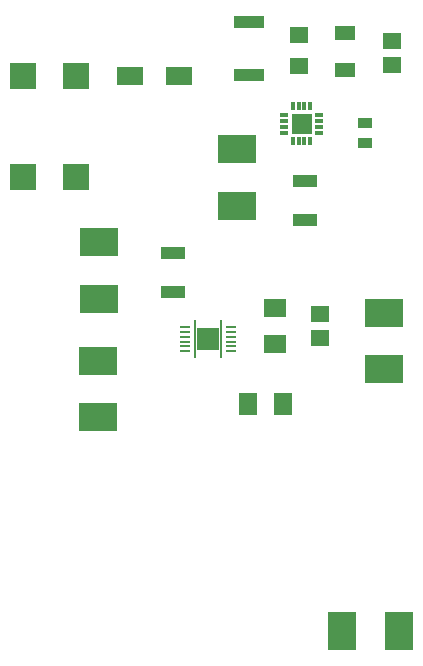
<source format=gbr>
G04*
G04 #@! TF.GenerationSoftware,Altium Limited,Altium Designer,24.9.1 (31)*
G04*
G04 Layer_Color=8421504*
%FSLAX44Y44*%
%MOMM*%
G71*
G04*
G04 #@! TF.SameCoordinates,A5FDB0DF-61DD-428A-86FC-16637F0B46B7*
G04*
G04*
G04 #@! TF.FilePolarity,Positive*
G04*
G01*
G75*
%ADD14R,3.3000X2.4500*%
%ADD15R,0.8500X0.2000*%
%ADD16R,1.9500X1.9500*%
%ADD17R,0.2500X3.3000*%
%ADD18R,2.0500X1.1000*%
%ADD19R,1.3082X0.8065*%
%ADD20R,2.2000X1.5500*%
%ADD21R,2.4500X3.3000*%
%ADD22R,1.6500X1.4000*%
%ADD23R,1.8000X1.3000*%
%ADD24R,1.7500X1.7500*%
%ADD25R,0.3000X0.8000*%
%ADD26R,0.8000X0.3000*%
%ADD27R,2.6000X1.0500*%
%ADD28R,2.2000X2.2000*%
%ADD29R,1.6500X1.4500*%
%ADD30R,1.9000X1.5000*%
%ADD31R,1.5000X1.9000*%
D14*
X1028700Y737740D02*
D03*
Y689740D02*
D03*
X904240Y828170D02*
D03*
Y876170D02*
D03*
X786130Y697100D02*
D03*
Y649100D02*
D03*
X787400Y797430D02*
D03*
Y749430D02*
D03*
D15*
X899290Y705360D02*
D03*
Y709360D02*
D03*
Y713360D02*
D03*
Y717360D02*
D03*
Y721360D02*
D03*
Y725360D02*
D03*
X859790D02*
D03*
Y721360D02*
D03*
Y717360D02*
D03*
Y713360D02*
D03*
Y709360D02*
D03*
Y705360D02*
D03*
D16*
X879540Y715360D02*
D03*
D17*
X868540D02*
D03*
X890540D02*
D03*
D18*
X849630Y788660D02*
D03*
Y755660D02*
D03*
X961390Y849620D02*
D03*
Y816620D02*
D03*
D19*
X1012190Y881761D02*
D03*
Y898779D02*
D03*
D20*
X854890Y938530D02*
D03*
X813890D02*
D03*
D21*
X993270Y468630D02*
D03*
X1041270D02*
D03*
D22*
X956310Y973120D02*
D03*
Y947120D02*
D03*
D23*
X995680Y974350D02*
D03*
Y943350D02*
D03*
D24*
X958850Y897890D02*
D03*
D25*
X951350Y912890D02*
D03*
X956350D02*
D03*
X961350D02*
D03*
X966350D02*
D03*
Y882890D02*
D03*
X961350D02*
D03*
X956350D02*
D03*
X951350D02*
D03*
D26*
X973850Y905390D02*
D03*
Y900390D02*
D03*
Y895390D02*
D03*
Y890390D02*
D03*
X943850D02*
D03*
Y895390D02*
D03*
Y900390D02*
D03*
Y905390D02*
D03*
D27*
X914400Y938890D02*
D03*
Y983890D02*
D03*
D28*
X723110Y852350D02*
D03*
Y938350D02*
D03*
X768110D02*
D03*
Y852350D02*
D03*
D29*
X1035050Y967830D02*
D03*
Y947330D02*
D03*
X974090Y736690D02*
D03*
Y716190D02*
D03*
D30*
X935990Y741440D02*
D03*
Y711440D02*
D03*
D31*
X913370Y660400D02*
D03*
X943370D02*
D03*
M02*

</source>
